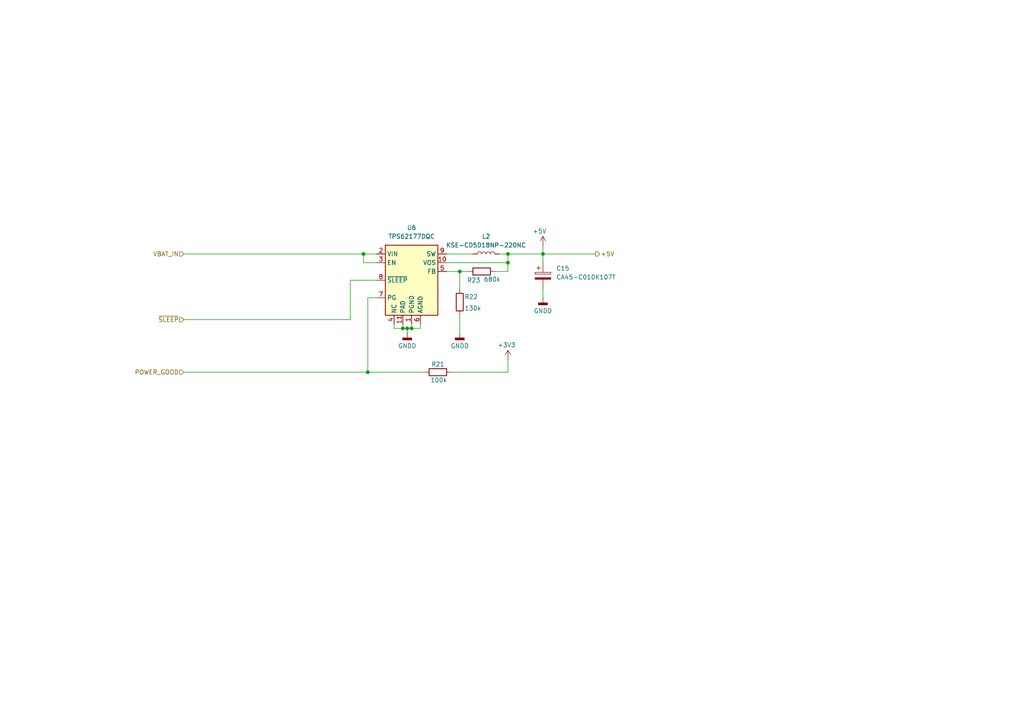
<source format=kicad_sch>
(kicad_sch (version 20250114) (generator "eeschema") (generator_version "9.0")
  (paper "A4")
  (lib_symbols
    (symbol "Device:C_Polarized" (pin_numbers (hide yes)) (pin_names (offset 0.254))
      (property "Reference" "C" (at 0.635 2.54 0))
      (property "Value" "C_Polarized" (at 0.635 -2.54 0))
      (symbol "C_Polarized_0_1"
        (rectangle (start -2.286 0.508) (end 2.286 1.016))
        (polyline (pts (xy -1.778 2.286) (xy -0.762 2.286)))
        (polyline (pts (xy -1.27 2.794) (xy -1.27 1.778)))
        (rectangle (start 2.286 -0.508) (end -2.286 -1.016) (fill (type outline)))
      )
      (symbol "C_Polarized_1_1"
        (pin passive line (at 0 3.81 270) (length 2.794) (name "~") (number "1"))
        (pin passive line (at 0 -3.81 90) (length 2.794) (name "~") (number "2"))
      )
    )
    (symbol "Device:L" (pin_numbers (hide yes)) (pin_names (offset 1.016) (hide yes))
      (property "Reference" "L" (at -1.27 0 90))
      (property "Value" "L" (at 1.905 0 90))
      (symbol "L_0_1"
        (arc (start 0 2.54) (mid 0.6323 1.905) (end 0 1.27))
        (arc (start 0 1.27) (mid 0.6323 0.635) (end 0 0))
        (arc (start 0 0) (mid 0.6323 -0.635) (end 0 -1.27))
        (arc (start 0 -1.27) (mid 0.6323 -1.905) (end 0 -2.54))
      )
      (symbol "L_1_1"
        (pin passive line (at 0 3.81 270) (length 1.27) (name "1") (number "1"))
        (pin passive line (at 0 -3.81 90) (length 1.27) (name "2") (number "2"))
      )
    )
    (symbol "Device:R" (pin_numbers (hide yes)) (pin_names (offset 0))
      (property "Reference" "R" (at 2.032 0 90))
      (property "Value" "R" (at 0 0 90))
      (symbol "R_0_1"
        (rectangle (start -1.016 -2.54) (end 1.016 2.54) (stroke (width 0.254)))
      )
      (symbol "R_1_1"
        (pin passive line (at 0 3.81 270) (length 1.27) (name "~") (number "1"))
        (pin passive line (at 0 -3.81 90) (length 1.27) (name "~") (number "2"))
      )
    )
    (symbol "Regulator_Switching:TPS62177DQC"
      (property "Reference" "U" (at -7.62 11.43 0))
      (property "Value" "TPS62177DQC" (at -1.27 11.43 0))
      (symbol "TPS62177DQC_0_1"
        (rectangle (start -7.62 10.16) (end 7.62 -10.16) (stroke (width 0.254)) (fill (type background)))
      )
      (symbol "TPS62177DQC_1_1"
        (pin power_in line (at -10.16 7.62 0) (length 2.54) (name "VIN") (number "2"))
        (pin input line (at -10.16 5.08 0) (length 2.54) (name "EN") (number "3"))
        (pin input line (at -10.16 0 0) (length 2.54) (name "~{SLEEP}") (number "8"))
        (pin output line (at -10.16 -5.08 0) (length 2.54) (name "PG") (number "7"))
        (pin passive line (at -5.08 -12.7 90) (length 2.54) (name "NC") (number "4"))
        (pin power_in line (at -2.54 -12.7 90) (length 2.54) (name "PAD") (number "11"))
        (pin power_in line (at 0 -12.7 90) (length 2.54) (name "PGND") (number "1"))
        (pin power_in line (at 2.54 -12.7 90) (length 2.54) (name "AGND") (number "6"))
        (pin power_out line (at 10.16 7.62 180) (length 2.54) (name "SW") (number "9"))
        (pin input line (at 10.16 5.08 180) (length 2.54) (name "VOS") (number "10"))
        (pin input line (at 10.16 2.54 180) (length 2.54) (name "FB") (number "5"))
      )
    )
    (symbol "power:+3.3V" (power) (pin_numbers (hide yes)) (pin_names (offset 0) (hide yes))
      (property "Value" "+3.3V" (at 0 3.556 0))
      (symbol "+3.3V_0_1"
        (polyline (pts (xy -0.762 1.27) (xy 0 2.54)))
        (polyline (pts (xy 0 2.54) (xy 0.762 1.27)))
        (polyline (pts (xy 0 0) (xy 0 2.54)))
      )
      (symbol "+3.3V_1_1"
        (pin power_in line (at 0 0 90) (length 0) (name "~") (number "1"))
      )
    )
    (symbol "power:GNDD" (power) (pin_numbers (hide yes)) (pin_names (offset 0) (hide yes))
      (property "Value" "GNDD" (at 0 -3.175 0))
      (symbol "GNDD_0_1"
        (rectangle (start -1.27 -1.524) (end 1.27 -2.032) (stroke (width 0.254)) (fill (type outline)))
        (polyline (pts (xy 0 0) (xy 0 -1.524)))
      )
      (symbol "GNDD_1_1"
        (pin power_in line (at 0 0 270) (length 0) (name "~") (number "1"))
      )
    )
  )
  (junction (at 119.38 95.25))
  (junction (at 116.84 95.25))
  (junction (at 157.48 73.66))
  (junction (at 118.11 95.25))
  (junction (at 105.41 73.66))
  (junction (at 106.68 107.95))
  (junction (at 147.32 76.2))
  (junction (at 147.32 73.66))
  (junction (at 133.35 78.74))
  (wire (pts (xy 123.19 107.95) (xy 106.68 107.95)))
  (wire (pts (xy 143.51 78.74) (xy 147.32 78.74)))
  (wire (pts (xy 121.92 93.98) (xy 121.92 95.25)))
  (wire (pts (xy 109.22 76.2) (xy 105.41 76.2)))
  (wire (pts (xy 157.48 73.66) (xy 147.32 73.66)))
  (wire (pts (xy 157.48 71.12) (xy 157.48 73.66)))
  (wire (pts (xy 116.84 93.98) (xy 116.84 95.25)))
  (wire (pts (xy 118.11 95.25) (xy 118.11 96.52)))
  (wire (pts (xy 119.38 95.25) (xy 121.92 95.25)))
  (wire (pts (xy 129.54 76.2) (xy 147.32 76.2)))
  (wire (pts (xy 147.32 104.14) (xy 147.32 107.95)))
  (wire (pts (xy 157.48 73.66) (xy 172.72 73.66)))
  (wire (pts (xy 116.84 95.25) (xy 118.11 95.25)))
  (wire (pts (xy 114.3 95.25) (xy 116.84 95.25)))
  (wire (pts (xy 129.54 73.66) (xy 137.16 73.66)))
  (wire (pts (xy 133.35 78.74) (xy 133.35 83.82)))
  (wire (pts (xy 133.35 91.44) (xy 133.35 96.52)))
  (wire (pts (xy 119.38 95.25) (xy 118.11 95.25)))
  (wire (pts (xy 114.3 93.98) (xy 114.3 95.25)))
  (wire (pts (xy 157.48 76.2) (xy 157.48 73.66)))
  (wire (pts (xy 147.32 78.74) (xy 147.32 76.2)))
  (wire (pts (xy 106.68 107.95) (xy 106.68 86.36)))
  (wire (pts (xy 147.32 76.2) (xy 147.32 73.66)))
  (wire (pts (xy 119.38 93.98) (xy 119.38 95.25)))
  (wire (pts (xy 105.41 76.2) (xy 105.41 73.66)))
  (wire (pts (xy 105.41 73.66) (xy 109.22 73.66)))
  (wire (pts (xy 109.22 81.28) (xy 101.6 81.28)))
  (wire (pts (xy 133.35 78.74) (xy 135.89 78.74)))
  (wire (pts (xy 101.6 81.28) (xy 101.6 92.71)))
  (wire (pts (xy 106.68 86.36) (xy 109.22 86.36)))
  (wire (pts (xy 130.81 107.95) (xy 147.32 107.95)))
  (wire (pts (xy 157.48 83.82) (xy 157.48 86.36)))
  (wire (pts (xy 101.6 92.71) (xy 53.34 92.71)))
  (wire (pts (xy 129.54 78.74) (xy 133.35 78.74)))
  (wire (pts (xy 53.34 107.95) (xy 106.68 107.95)))
  (wire (pts (xy 53.34 73.66) (xy 105.41 73.66)))
  (wire (pts (xy 147.32 73.66) (xy 144.78 73.66)))
  (hierarchical_label "+5V" (shape output) (at 172.72 73.66 0))
  (hierarchical_label "~{SLEEP}" (shape input) (at 53.34 92.71 180))
  (hierarchical_label "POWER_GOOD" (shape input) (at 53.34 107.95 180))
  (hierarchical_label "VBAT_IN" (shape input) (at 53.34 73.66 180))
  (symbol (lib_id "Device:R") (at 133.35 87.63 180) (unit 1)
    (property "Reference" "R22" (at 136.652 86.106 0))
    (property "Value" "130k" (at 137.16 89.408 0))
    (property "Footprint" "Resistor_SMD:R_0805_2012Metric_Pad1.20x1.40mm_HandSolder" (effects (hide yes)))
    (property "Description" "Resistor" (effects (hide yes)))
  )
  (symbol (lib_id "Device:L") (at 140.97 73.66 90) (unit 1)
    (property "Reference" "L2" (at 140.97 68.58 90))
    (property "Value" "KSE-CD5D18NP-220NC" (at 140.97 71.12 90))
    (property "Footprint" "Inductor_SMD:L_Cenker_CKCS6028" (effects (hide yes)))
    (property "Description" "Inductor" (effects (hide yes)))
  )
  (symbol (lib_id "power:+3.3V") (at 147.32 104.14 0) (unit 1)
    (property "Reference" "#PWR040" (effects (hide yes)))
    (property "Value" "+3V3" (at 144.272 100.076 0) (effects (justify left)))
    (property "Description" "Power symbol creates a global label with name \"+3.3V\"" (effects (hide yes)))
  )
  (symbol (lib_id "power:GNDD") (at 157.48 86.36 0) (unit 1)
    (property "Reference" "#PWR042" (effects (hide yes)))
    (property "Value" "GNDD" (at 157.48 90.17 0))
    (property "Description" "Power symbol creates a global label with name \"GNDD\" , digital ground" (effects (hide yes)))
  )
  (symbol (lib_id "Device:C_Polarized") (at 157.48 80.01 0) (unit 1)
    (property "Reference" "C15" (at 161.29 77.8509 0) (effects (justify left)))
    (property "Value" "CA45-C010K107T" (at 161.29 80.3909 0) (effects (justify left)))
    (property "Footprint" "Capacitor_Tantalum_SMD:CP_EIA-6032-28_Kemet-C_Pad2.25x2.35mm_HandSolder" (effects (hide yes)))
    (property "Description" "Polarized capacitor" (effects (hide yes)))
  )
  (symbol (lib_id "power:+3.3V") (at 157.48 71.12 0) (unit 1)
    (property "Reference" "#PWR041" (effects (hide yes)))
    (property "Value" "+5V" (at 154.432 67.056 0) (effects (justify left)))
    (property "Description" "Power symbol creates a global label with name \"+3.3V\"" (effects (hide yes)))
  )
  (symbol (lib_id "Device:R") (at 127 107.95 90) (unit 1)
    (property "Reference" "R21" (at 127 105.664 90))
    (property "Value" "100k" (at 127.254 110.236 90))
    (property "Footprint" "Resistor_SMD:R_0805_2012Metric_Pad1.20x1.40mm_HandSolder" (effects (hide yes)))
    (property "Description" "Resistor" (effects (hide yes)))
  )
  (symbol (lib_id "power:GNDD") (at 133.35 96.52 0) (unit 1)
    (property "Reference" "#PWR039" (effects (hide yes)))
    (property "Value" "GNDD" (at 133.35 100.33 0))
    (property "Description" "Power symbol creates a global label with name \"GNDD\" , digital ground" (effects (hide yes)))
  )
  (symbol (lib_id "Regulator_Switching:TPS62177DQC") (at 119.38 81.28 0) (unit 1)
    (property "Reference" "U6" (at 119.38 66.04 0))
    (property "Value" "TPS62177DQC" (at 119.38 68.58 0))
    (property "Footprint" "Package_SON:WSON-10-1EP_2x3mm_P0.5mm_EP0.84x2.4mm_ThermalVias" (effects (hide yes)))
    (property "Datasheet" "http://www.ti.com/lit/ds/symlink/tps62177.pdf" (effects (hide yes)))
    (property "Description" "500mA Step-Down Converter with Sleep Mode, fixed 3.3V Output Voltage, 4.75-28V input voltage, WSON-10" (effects (hide yes)))
  )
  (symbol (lib_id "power:GNDD") (at 118.11 96.52 0) (unit 1)
    (property "Reference" "#PWR038" (effects (hide yes)))
    (property "Value" "GNDD" (at 118.11 100.33 0))
    (property "Description" "Power symbol creates a global label with name \"GNDD\" , digital ground" (effects (hide yes)))
  )
  (symbol (lib_id "Device:R") (at 139.7 78.74 90) (unit 1)
    (property "Reference" "R23" (at 137.414 81.28 90))
    (property "Value" "680k" (at 142.748 81.026 90))
    (property "Footprint" "Resistor_SMD:R_0805_2012Metric_Pad1.20x1.40mm_HandSolder" (effects (hide yes)))
    (property "Description" "Resistor" (effects (hide yes)))
  )
)
</source>
